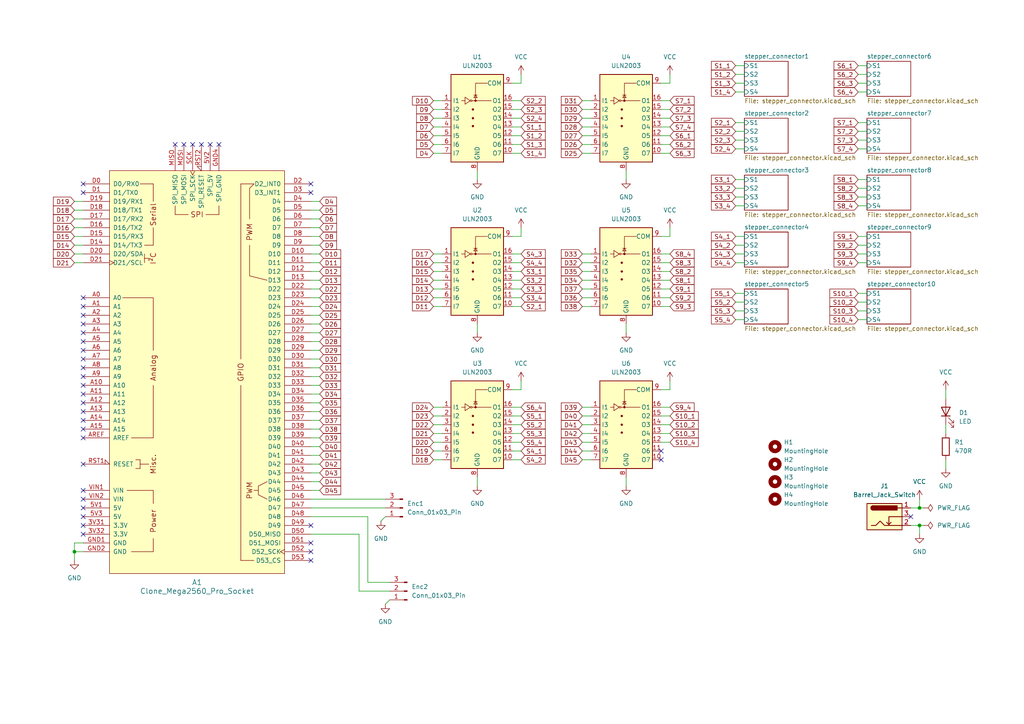
<source format=kicad_sch>
(kicad_sch (version 20230121) (generator eeschema)
  (paper "A4")
  (lib_symbols
    (symbol "Connector:Barrel_Jack_Switch" (pin_names hide)
      (property "Reference" "J" (at 0 5.334 0))
      (property "Value" "Barrel_Jack_Switch" (at 0 -5.08 0))
      (symbol "Barrel_Jack_Switch_1_1"
        (pin passive line (at 7.62 2.54 180) (length 2.54) (name "~") (number "1"))
        (pin passive line (at 7.62 -2.54 180) (length 2.54) (name "~") (number "2"))
        (pin passive line (at 7.62 0 180) (length 2.54) (name "~") (number "3"))
      )
    )
    (symbol "Connector:Conn_01x03_Pin" (pin_names (offset 1.016) hide)
      (property "Reference" "J" (at 0 5.08 0))
      (property "Value" "Conn_01x03_Pin" (at 0 -5.08 0))
      (symbol "Conn_01x03_Pin_1_1"
        (pin passive line (at 5.08 2.54 180) (length 3.81) (name "Pin_1") (number "1"))
        (pin passive line (at 5.08 0 180) (length 3.81) (name "Pin_2") (number "2"))
        (pin passive line (at 5.08 -2.54 180) (length 3.81) (name "Pin_3") (number "3"))
      )
    )
    (symbol "Device:LED" (pin_numbers hide) (pin_names (offset 1.016) hide)
      (property "Reference" "D" (at 0 2.54 0))
      (property "Value" "LED" (at 0 -2.54 0))
      (symbol "LED_1_1"
        (pin passive line (at -3.81 0 0) (length 2.54) (name "K") (number "1"))
        (pin passive line (at 3.81 0 180) (length 2.54) (name "A") (number "2"))
      )
    )
    (symbol "Device:R" (pin_numbers hide) (pin_names (offset 0))
      (property "Reference" "R" (at 2.032 0 90))
      (property "Value" "R" (at 0 0 90))
      (symbol "R_1_1"
        (pin passive line (at 0 3.81 270) (length 1.27) (name "~") (number "1"))
        (pin passive line (at 0 -3.81 90) (length 1.27) (name "~") (number "2"))
      )
    )
    (symbol "Mechanical:MountingHole" (pin_names (offset 1.016))
      (property "Reference" "H" (at 0 5.08 0))
      (property "Value" "MountingHole" (at 0 3.175 0))
    )
    (symbol "PCM_arduino-library:Clone_Mega2560_Pro_Socket" (pin_names (offset 1.016))
      (property "Reference" "A" (at 0 -62.23 0))
      (property "Value" "Clone_Mega2560_Pro_Socket" (at 0 -66.04 0))
      (symbol "Clone_Mega2560_Pro_Socket_0_0"
        (text "Analog" (at -12.7 1.27 900) (effects (font (size 1.524 1.524))))
        (text "I²C" (at -12.7 33.02 900) (effects (font (size 1.524 1.524))))
        (text "Misc." (at -12.7 -26.67 900) (effects (font (size 1.524 1.524))))
        (text "Power" (at -12.7 -43.18 900) (effects (font (size 1.524 1.524))))
        (text "PWM" (at 15.24 -34.29 900) (effects (font (size 1.524 1.524))))
        (text "PWM" (at 15.24 40.64 900) (effects (font (size 1.524 1.524))))
        (text "Serial" (at -12.7 45.72 900) (effects (font (size 1.524 1.524))))
        (text "SPI" (at 0 45.72 0) (effects (font (size 1.524 1.524))))
      )
      (symbol "Clone_Mega2560_Pro_Socket_1_0"
        (text "GPIO" (at 12.7 0 900) (effects (font (size 1.524 1.524))))
      )
      (symbol "Clone_Mega2560_Pro_Socket_1_1"
        (pin power_out line (at -33.02 -44.45 0) (length 7.62) (name "3.3V") (number "3V31"))
        (pin power_out line (at -33.02 -46.99 0) (length 7.62) (name "3.3V") (number "3V32"))
        (pin power_in line (at -33.02 -39.37 0) (length 7.62) (name "5V") (number "5V1"))
        (pin power_in line (at 3.81 66.04 270) (length 7.62) (name "SPI_5V") (number "5V2"))
        (pin power_in line (at -33.02 -41.91 0) (length 7.62) (name "5V") (number "5V3"))
        (pin bidirectional line (at -33.02 21.59 0) (length 7.62) (name "A0") (number "A0"))
        (pin bidirectional line (at -33.02 19.05 0) (length 7.62) (name "A1") (number "A1"))
        (pin bidirectional line (at -33.02 -3.81 0) (length 7.62) (name "A10") (number "A10"))
        (pin bidirectional line (at -33.02 -6.35 0) (length 7.62) (name "A11") (number "A11"))
        (pin bidirectional line (at -33.02 -8.89 0) (length 7.62) (name "A12") (number "A12"))
        (pin bidirectional line (at -33.02 -11.43 0) (length 7.62) (name "A13") (number "A13"))
        (pin bidirectional line (at -33.02 -13.97 0) (length 7.62) (name "A14") (number "A14"))
        (pin bidirectional line (at -33.02 -16.51 0) (length 7.62) (name "A15") (number "A15"))
        (pin bidirectional line (at -33.02 16.51 0) (length 7.62) (name "A2") (number "A2"))
        (pin bidirectional line (at -33.02 13.97 0) (length 7.62) (name "A3") (number "A3"))
        (pin bidirectional line (at -33.02 11.43 0) (length 7.62) (name "A4") (number "A4"))
        (pin bidirectional line (at -33.02 8.89 0) (length 7.62) (name "A5") (number "A5"))
        (pin bidirectional line (at -33.02 6.35 0) (length 7.62) (name "A6") (number "A6"))
        (pin bidirectional line (at -33.02 3.81 0) (length 7.62) (name "A7") (number "A7"))
        (pin bidirectional line (at -33.02 1.27 0) (length 7.62) (name "A8") (number "A8"))
        (pin bidirectional line (at -33.02 -1.27 0) (length 7.62) (name "A9") (number "A9"))
        (pin input line (at -33.02 -19.05 0) (length 7.62) (name "AREF") (number "AREF"))
        (pin bidirectional line (at -33.02 54.61 0) (length 7.62) (name "D0/RX0") (number "D0"))
        (pin bidirectional line (at -33.02 52.07 0) (length 7.62) (name "D1/TX0") (number "D1"))
        (pin bidirectional line (at 33.02 34.29 180) (length 7.62) (name "D10") (number "D10"))
        (pin bidirectional line (at 33.02 31.75 180) (length 7.62) (name "D11") (number "D11"))
        (pin bidirectional line (at 33.02 29.21 180) (length 7.62) (name "D12") (number "D12"))
        (pin bidirectional line (at 33.02 26.67 180) (length 7.62) (name "D13") (number "D13"))
        (pin bidirectional line (at -33.02 36.83 0) (length 7.62) (name "D14/TX3") (number "D14"))
        (pin bidirectional line (at -33.02 39.37 0) (length 7.62) (name "D15/RX3") (number "D15"))
        (pin bidirectional line (at -33.02 41.91 0) (length 7.62) (name "D16/TX2") (number "D16"))
        (pin bidirectional line (at -33.02 44.45 0) (length 7.62) (name "D17/RX2") (number "D17"))
        (pin bidirectional line (at -33.02 46.99 0) (length 7.62) (name "D18/TX1") (number "D18"))
        (pin bidirectional line (at -33.02 49.53 0) (length 7.62) (name "D19/RX1") (number "D19"))
        (pin bidirectional line (at 33.02 54.61 180) (length 7.62) (name "D2_INT0") (number "D2"))
        (pin bidirectional line (at -33.02 34.29 0) (length 7.62) (name "D20/SDA") (number "D20"))
        (pin bidirectional clock (at -33.02 31.75 0) (length 7.62) (name "D21/SCL") (number "D21"))
        (pin bidirectional line (at 33.02 24.13 180) (length 7.62) (name "D22") (number "D22"))
        (pin bidirectional line (at 33.02 21.59 180) (length 7.62) (name "D23") (number "D23"))
        (pin bidirectional line (at 33.02 19.05 180) (length 7.62) (name "D24") (number "D24"))
        (pin bidirectional line (at 33.02 16.51 180) (length 7.62) (name "D25") (number "D25"))
        (pin bidirectional line (at 33.02 13.97 180) (length 7.62) (name "D26") (number "D26"))
        (pin bidirectional line (at 33.02 11.43 180) (length 7.62) (name "D27") (number "D27"))
        (pin bidirectional line (at 33.02 8.89 180) (length 7.62) (name "D28") (number "D28"))
        (pin bidirectional line (at 33.02 6.35 180) (length 7.62) (name "D29") (number "D29"))
        (pin bidirectional line (at 33.02 52.07 180) (length 7.62) (name "D3_INT1") (number "D3"))
        (pin bidirectional line (at 33.02 3.81 180) (length 7.62) (name "D30") (number "D30"))
        (pin bidirectional line (at 33.02 1.27 180) (length 7.62) (name "D31") (number "D31"))
        (pin bidirectional line (at 33.02 -1.27 180) (length 7.62) (name "D32") (number "D32"))
        (pin bidirectional line (at 33.02 -3.81 180) (length 7.62) (name "D33") (number "D33"))
        (pin bidirectional line (at 33.02 -6.35 180) (length 7.62) (name "D34") (number "D34"))
        (pin bidirectional line (at 33.02 -8.89 180) (length 7.62) (name "D35") (number "D35"))
        (pin bidirectional line (at 33.02 -11.43 180) (length 7.62) (name "D36") (number "D36"))
        (pin bidirectional line (at 33.02 -13.97 180) (length 7.62) (name "D37") (number "D37"))
        (pin bidirectional line (at 33.02 -16.51 180) (length 7.62) (name "D38") (number "D38"))
        (pin bidirectional line (at 33.02 -19.05 180) (length 7.62) (name "D39") (number "D39"))
        (pin bidirectional line (at 33.02 49.53 180) (length 7.62) (name "D4") (number "D4"))
        (pin bidirectional line (at 33.02 -21.59 180) (length 7.62) (name "D40") (number "D40"))
        (pin bidirectional line (at 33.02 -24.13 180) (length 7.62) (name "D41") (number "D41"))
        (pin bidirectional line (at 33.02 -26.67 180) (length 7.62) (name "D42") (number "D42"))
        (pin bidirectional line (at 33.02 -29.21 180) (length 7.62) (name "D43") (number "D43"))
        (pin bidirectional line (at 33.02 -31.75 180) (length 7.62) (name "D44") (number "D44"))
        (pin bidirectional line (at 33.02 -34.29 180) (length 7.62) (name "D45") (number "D45"))
        (pin bidirectional line (at 33.02 -36.83 180) (length 7.62) (name "D46") (number "D46"))
        (pin bidirectional line (at 33.02 -39.37 180) (length 7.62) (name "D47") (number "D47"))
        (pin bidirectional line (at 33.02 -41.91 180) (length 7.62) (name "D48") (number "D48"))
        (pin bidirectional line (at 33.02 -44.45 180) (length 7.62) (name "D49") (number "D49"))
        (pin bidirectional line (at 33.02 46.99 180) (length 7.62) (name "D5") (number "D5"))
        (pin bidirectional line (at 33.02 -46.99 180) (length 7.62) (name "D50_MISO") (number "D50"))
        (pin bidirectional line (at 33.02 -49.53 180) (length 7.62) (name "D51_MOSI") (number "D51"))
        (pin bidirectional clock (at 33.02 -52.07 180) (length 7.62) (name "D52_SCK") (number "D52"))
        (pin bidirectional line (at 33.02 -54.61 180) (length 7.62) (name "D53_CS") (number "D53"))
        (pin bidirectional line (at 33.02 44.45 180) (length 7.62) (name "D6") (number "D6"))
        (pin bidirectional line (at 33.02 41.91 180) (length 7.62) (name "D7") (number "D7"))
        (pin bidirectional line (at 33.02 39.37 180) (length 7.62) (name "D8") (number "D8"))
        (pin bidirectional line (at 33.02 36.83 180) (length 7.62) (name "D9") (number "D9"))
        (pin power_in line (at -33.02 -49.53 0) (length 7.62) (name "GND") (number "GND1"))
        (pin power_in line (at -33.02 -52.07 0) (length 7.62) (name "GND") (number "GND2"))
        (pin power_in line (at 6.35 66.04 270) (length 7.62) (name "SPI_GND") (number "GND4"))
        (pin input line (at -6.35 66.04 270) (length 7.62) (name "SPI_MISO") (number "MISO"))
        (pin output line (at -3.81 66.04 270) (length 7.62) (name "SPI_MOSI") (number "MOSI"))
        (pin open_collector input_low (at -33.02 -26.67 0) (length 7.62) (name "RESET") (number "RST1"))
        (pin open_collector input_low (at 1.27 66.04 270) (length 7.62) (name "SPI_RESET") (number "RST2"))
        (pin output clock (at -1.27 66.04 270) (length 7.62) (name "SPI_SCK") (number "SCK"))
        (pin power_in line (at -33.02 -34.29 0) (length 7.62) (name "VIN") (number "VIN1"))
        (pin power_in line (at -33.02 -36.83 0) (length 7.62) (name "VIN") (number "VIN2"))
      )
    )
    (symbol "Transistor_Array:ULN2003"
      (property "Reference" "U" (at 0 15.875 0))
      (property "Value" "ULN2003" (at 0 13.97 0))
      (symbol "ULN2003_1_1"
        (pin input line (at -10.16 5.08 0) (length 2.54) (name "I1") (number "1"))
        (pin open_collector line (at 10.16 -10.16 180) (length 2.54) (name "O7") (number "10"))
        (pin open_collector line (at 10.16 -7.62 180) (length 2.54) (name "O6") (number "11"))
        (pin open_collector line (at 10.16 -5.08 180) (length 2.54) (name "O5") (number "12"))
        (pin open_collector line (at 10.16 -2.54 180) (length 2.54) (name "O4") (number "13"))
        (pin open_collector line (at 10.16 0 180) (length 2.54) (name "O3") (number "14"))
        (pin open_collector line (at 10.16 2.54 180) (length 2.54) (name "O2") (number "15"))
        (pin open_collector line (at 10.16 5.08 180) (length 2.54) (name "O1") (number "16"))
        (pin input line (at -10.16 2.54 0) (length 2.54) (name "I2") (number "2"))
        (pin input line (at -10.16 0 0) (length 2.54) (name "I3") (number "3"))
        (pin input line (at -10.16 -2.54 0) (length 2.54) (name "I4") (number "4"))
        (pin input line (at -10.16 -5.08 0) (length 2.54) (name "I5") (number "5"))
        (pin input line (at -10.16 -7.62 0) (length 2.54) (name "I6") (number "6"))
        (pin input line (at -10.16 -10.16 0) (length 2.54) (name "I7") (number "7"))
        (pin power_in line (at 0 -15.24 90) (length 2.54) (name "GND") (number "8"))
        (pin passive line (at 10.16 10.16 180) (length 2.54) (name "COM") (number "9"))
      )
    )
    (symbol "power:GND" (power) (pin_names (offset 0))
      (property "Value" "GND" (at 0 -3.81 0))
      (symbol "GND_1_1"
        (pin power_in line (at 0 0 270) (length 0) hide (name "GND") (number "1"))
      )
    )
    (symbol "power:PWR_FLAG" (power) (pin_numbers hide) (pin_names (offset 0) hide)
      (property "Value" "PWR_FLAG" (at 0 3.81 0))
      (symbol "PWR_FLAG_0_0"
        (pin power_out line (at 0 0 90) (length 0) (name "pwr") (number "1"))
      )
    )
    (symbol "power:VCC" (power) (pin_names (offset 0))
      (property "Value" "VCC" (at 0 3.81 0))
      (symbol "VCC_1_1"
        (pin power_in line (at 0 0 90) (length 0) hide (name "VCC") (number "1"))
      )
    )
  )
  (junction (at 266.7 147.32))
  (junction (at 266.7 152.4))
  (junction (at 21.59 160.02))
  (no_connect (at 24.13 134.62))
  (no_connect (at 24.13 149.86))
  (no_connect (at 24.13 91.44))
  (no_connect (at 24.13 121.92))
  (no_connect (at 24.13 88.9))
  (no_connect (at 90.17 162.56))
  (no_connect (at 55.88 41.91))
  (no_connect (at 63.5 41.91))
  (no_connect (at 24.13 154.94))
  (no_connect (at 24.13 152.4))
  (no_connect (at 53.34 41.91))
  (no_connect (at 60.96 41.91))
  (no_connect (at 24.13 99.06))
  (no_connect (at 90.17 157.48))
  (no_connect (at 90.17 152.4))
  (no_connect (at 264.16 149.86))
  (no_connect (at 24.13 104.14))
  (no_connect (at 90.17 53.34))
  (no_connect (at 24.13 114.3))
  (no_connect (at 90.17 160.02))
  (no_connect (at 191.77 133.35))
  (no_connect (at 24.13 119.38))
  (no_connect (at 24.13 111.76))
  (no_connect (at 24.13 96.52))
  (no_connect (at 24.13 106.68))
  (no_connect (at 24.13 109.22))
  (no_connect (at 24.13 124.46))
  (no_connect (at 90.17 55.88))
  (no_connect (at 50.8 41.91))
  (no_connect (at 24.13 86.36))
  (no_connect (at 24.13 147.32))
  (no_connect (at 24.13 144.78))
  (no_connect (at 24.13 55.88))
  (no_connect (at 24.13 142.24))
  (no_connect (at 191.77 130.81))
  (no_connect (at 24.13 101.6))
  (no_connect (at 24.13 93.98))
  (no_connect (at 24.13 53.34))
  (no_connect (at 58.42 41.91))
  (no_connect (at 24.13 127))
  (no_connect (at 24.13 116.84))
  (wire (pts (xy 168.91 86.36) (xy 171.45 86.36)))
  (wire (pts (xy 248.92 68.58) (xy 251.46 68.58)))
  (wire (pts (xy 125.73 120.65) (xy 128.27 120.65)))
  (wire (pts (xy 248.92 71.12) (xy 251.46 71.12)))
  (wire (pts (xy 248.92 35.56) (xy 251.46 35.56)))
  (wire (pts (xy 125.73 125.73) (xy 128.27 125.73)))
  (wire (pts (xy 248.92 19.05) (xy 251.46 19.05)))
  (wire (pts (xy 138.43 93.98) (xy 138.43 96.52)))
  (wire (pts (xy 90.17 124.46) (xy 92.71 124.46)))
  (wire (pts (xy 90.17 127) (xy 92.71 127)))
  (wire (pts (xy 138.43 138.43) (xy 138.43 140.97)))
  (wire (pts (xy 248.92 38.1) (xy 251.46 38.1)))
  (wire (pts (xy 148.59 86.36) (xy 151.13 86.36)))
  (wire (pts (xy 125.73 76.2) (xy 128.27 76.2)))
  (wire (pts (xy 21.59 157.48) (xy 21.59 160.02)))
  (wire (pts (xy 191.77 31.75) (xy 194.31 31.75)))
  (wire (pts (xy 168.91 88.9) (xy 171.45 88.9)))
  (wire (pts (xy 111.76 149.86) (xy 110.49 151.13)))
  (wire (pts (xy 151.13 66.04) (xy 151.13 68.58)))
  (wire (pts (xy 168.91 39.37) (xy 171.45 39.37)))
  (wire (pts (xy 90.17 60.96) (xy 92.71 60.96)))
  (wire (pts (xy 168.91 44.45) (xy 171.45 44.45)))
  (wire (pts (xy 248.92 40.64) (xy 251.46 40.64)))
  (wire (pts (xy 264.16 147.32) (xy 266.7 147.32)))
  (wire (pts (xy 168.91 128.27) (xy 171.45 128.27)))
  (wire (pts (xy 266.7 152.4) (xy 266.7 154.94)))
  (wire (pts (xy 148.59 76.2) (xy 151.13 76.2)))
  (wire (pts (xy 148.59 88.9) (xy 151.13 88.9)))
  (wire (pts (xy 248.92 92.71) (xy 251.46 92.71)))
  (wire (pts (xy 125.73 123.19) (xy 128.27 123.19)))
  (wire (pts (xy 191.77 83.82) (xy 194.31 83.82)))
  (wire (pts (xy 90.17 142.24) (xy 92.71 142.24)))
  (wire (pts (xy 168.91 34.29) (xy 171.45 34.29)))
  (wire (pts (xy 168.91 78.74) (xy 171.45 78.74)))
  (wire (pts (xy 168.91 83.82) (xy 171.45 83.82)))
  (wire (pts (xy 191.77 29.21) (xy 194.31 29.21)))
  (wire (pts (xy 168.91 133.35) (xy 171.45 133.35)))
  (wire (pts (xy 148.59 83.82) (xy 151.13 83.82)))
  (wire (pts (xy 125.73 29.21) (xy 128.27 29.21)))
  (wire (pts (xy 168.91 73.66) (xy 171.45 73.66)))
  (wire (pts (xy 21.59 68.58) (xy 24.13 68.58)))
  (wire (pts (xy 90.17 93.98) (xy 92.71 93.98)))
  (wire (pts (xy 213.36 54.61) (xy 215.9 54.61)))
  (wire (pts (xy 274.32 123.19) (xy 274.32 125.73)))
  (wire (pts (xy 90.17 134.62) (xy 92.71 134.62)))
  (wire (pts (xy 21.59 58.42) (xy 24.13 58.42)))
  (wire (pts (xy 90.17 101.6) (xy 92.71 101.6)))
  (wire (pts (xy 148.59 29.21) (xy 151.13 29.21)))
  (wire (pts (xy 191.77 41.91) (xy 194.31 41.91)))
  (wire (pts (xy 248.92 54.61) (xy 251.46 54.61)))
  (wire (pts (xy 90.17 96.52) (xy 92.71 96.52)))
  (wire (pts (xy 125.73 128.27) (xy 128.27 128.27)))
  (wire (pts (xy 125.73 133.35) (xy 128.27 133.35)))
  (wire (pts (xy 21.59 160.02) (xy 24.13 160.02)))
  (wire (pts (xy 21.59 76.2) (xy 24.13 76.2)))
  (wire (pts (xy 21.59 71.12) (xy 24.13 71.12)))
  (wire (pts (xy 148.59 78.74) (xy 151.13 78.74)))
  (wire (pts (xy 125.73 41.91) (xy 128.27 41.91)))
  (wire (pts (xy 90.17 78.74) (xy 92.71 78.74)))
  (wire (pts (xy 213.36 43.18) (xy 215.9 43.18)))
  (wire (pts (xy 213.36 19.05) (xy 215.9 19.05)))
  (wire (pts (xy 194.31 21.59) (xy 194.31 24.13)))
  (wire (pts (xy 213.36 68.58) (xy 215.9 68.58)))
  (wire (pts (xy 125.73 88.9) (xy 128.27 88.9)))
  (wire (pts (xy 151.13 24.13) (xy 148.59 24.13)))
  (wire (pts (xy 168.91 41.91) (xy 171.45 41.91)))
  (wire (pts (xy 113.03 173.99) (xy 111.76 175.26)))
  (wire (pts (xy 148.59 133.35) (xy 151.13 133.35)))
  (wire (pts (xy 274.32 133.35) (xy 274.32 135.89)))
  (wire (pts (xy 90.17 114.3) (xy 92.71 114.3)))
  (wire (pts (xy 168.91 36.83) (xy 171.45 36.83)))
  (wire (pts (xy 266.7 147.32) (xy 267.97 147.32)))
  (wire (pts (xy 148.59 81.28) (xy 151.13 81.28)))
  (wire (pts (xy 191.77 125.73) (xy 194.31 125.73)))
  (wire (pts (xy 90.17 83.82) (xy 92.71 83.82)))
  (wire (pts (xy 90.17 99.06) (xy 92.71 99.06)))
  (wire (pts (xy 213.36 90.17) (xy 215.9 90.17)))
  (wire (pts (xy 90.17 149.86) (xy 106.68 149.86)))
  (wire (pts (xy 113.03 171.45) (xy 104.14 171.45)))
  (wire (pts (xy 125.73 86.36) (xy 128.27 86.36)))
  (wire (pts (xy 148.59 41.91) (xy 151.13 41.91)))
  (wire (pts (xy 266.7 152.4) (xy 267.97 152.4)))
  (wire (pts (xy 90.17 81.28) (xy 92.71 81.28)))
  (wire (pts (xy 248.92 87.63) (xy 251.46 87.63)))
  (wire (pts (xy 248.92 21.59) (xy 251.46 21.59)))
  (wire (pts (xy 213.36 52.07) (xy 215.9 52.07)))
  (wire (pts (xy 151.13 113.03) (xy 148.59 113.03)))
  (wire (pts (xy 194.31 66.04) (xy 194.31 68.58)))
  (wire (pts (xy 125.73 31.75) (xy 128.27 31.75)))
  (wire (pts (xy 181.61 138.43) (xy 181.61 140.97)))
  (wire (pts (xy 191.77 73.66) (xy 194.31 73.66)))
  (wire (pts (xy 191.77 123.19) (xy 194.31 123.19)))
  (wire (pts (xy 90.17 139.7) (xy 92.71 139.7)))
  (wire (pts (xy 90.17 91.44) (xy 92.71 91.44)))
  (wire (pts (xy 148.59 39.37) (xy 151.13 39.37)))
  (wire (pts (xy 191.77 34.29) (xy 194.31 34.29)))
  (wire (pts (xy 191.77 44.45) (xy 194.31 44.45)))
  (wire (pts (xy 191.77 118.11) (xy 194.31 118.11)))
  (wire (pts (xy 248.92 57.15) (xy 251.46 57.15)))
  (wire (pts (xy 90.17 71.12) (xy 92.71 71.12)))
  (wire (pts (xy 90.17 73.66) (xy 92.71 73.66)))
  (wire (pts (xy 213.36 87.63) (xy 215.9 87.63)))
  (wire (pts (xy 148.59 123.19) (xy 151.13 123.19)))
  (wire (pts (xy 148.59 34.29) (xy 151.13 34.29)))
  (wire (pts (xy 248.92 73.66) (xy 251.46 73.66)))
  (wire (pts (xy 181.61 93.98) (xy 181.61 96.52)))
  (wire (pts (xy 168.91 123.19) (xy 171.45 123.19)))
  (wire (pts (xy 151.13 68.58) (xy 148.59 68.58)))
  (wire (pts (xy 148.59 36.83) (xy 151.13 36.83)))
  (wire (pts (xy 21.59 66.04) (xy 24.13 66.04)))
  (wire (pts (xy 191.77 78.74) (xy 194.31 78.74)))
  (wire (pts (xy 213.36 73.66) (xy 215.9 73.66)))
  (wire (pts (xy 90.17 119.38) (xy 92.71 119.38)))
  (wire (pts (xy 248.92 26.67) (xy 251.46 26.67)))
  (wire (pts (xy 148.59 125.73) (xy 151.13 125.73)))
  (wire (pts (xy 148.59 120.65) (xy 151.13 120.65)))
  (wire (pts (xy 90.17 58.42) (xy 92.71 58.42)))
  (wire (pts (xy 151.13 110.49) (xy 151.13 113.03)))
  (wire (pts (xy 248.92 52.07) (xy 251.46 52.07)))
  (wire (pts (xy 274.32 113.03) (xy 274.32 115.57)))
  (wire (pts (xy 213.36 26.67) (xy 215.9 26.67)))
  (wire (pts (xy 213.36 21.59) (xy 215.9 21.59)))
  (wire (pts (xy 213.36 40.64) (xy 215.9 40.64)))
  (wire (pts (xy 168.91 125.73) (xy 171.45 125.73)))
  (wire (pts (xy 168.91 81.28) (xy 171.45 81.28)))
  (wire (pts (xy 213.36 38.1) (xy 215.9 38.1)))
  (wire (pts (xy 148.59 118.11) (xy 151.13 118.11)))
  (wire (pts (xy 168.91 130.81) (xy 171.45 130.81)))
  (wire (pts (xy 168.91 118.11) (xy 171.45 118.11)))
  (wire (pts (xy 194.31 110.49) (xy 194.31 113.03)))
  (wire (pts (xy 213.36 24.13) (xy 215.9 24.13)))
  (wire (pts (xy 90.17 106.68) (xy 92.71 106.68)))
  (wire (pts (xy 248.92 90.17) (xy 251.46 90.17)))
  (wire (pts (xy 125.73 73.66) (xy 128.27 73.66)))
  (wire (pts (xy 138.43 49.53) (xy 138.43 52.07)))
  (wire (pts (xy 213.36 85.09) (xy 215.9 85.09)))
  (wire (pts (xy 125.73 118.11) (xy 128.27 118.11)))
  (wire (pts (xy 21.59 160.02) (xy 21.59 162.56)))
  (wire (pts (xy 106.68 149.86) (xy 106.68 168.91)))
  (wire (pts (xy 213.36 71.12) (xy 215.9 71.12)))
  (wire (pts (xy 90.17 109.22) (xy 92.71 109.22)))
  (wire (pts (xy 213.36 76.2) (xy 215.9 76.2)))
  (wire (pts (xy 213.36 35.56) (xy 215.9 35.56)))
  (wire (pts (xy 248.92 59.69) (xy 251.46 59.69)))
  (wire (pts (xy 90.17 66.04) (xy 92.71 66.04)))
  (wire (pts (xy 24.13 157.48) (xy 21.59 157.48)))
  (wire (pts (xy 168.91 76.2) (xy 171.45 76.2)))
  (wire (pts (xy 148.59 128.27) (xy 151.13 128.27)))
  (wire (pts (xy 264.16 152.4) (xy 266.7 152.4)))
  (wire (pts (xy 90.17 86.36) (xy 92.71 86.36)))
  (wire (pts (xy 213.36 59.69) (xy 215.9 59.69)))
  (wire (pts (xy 168.91 31.75) (xy 171.45 31.75)))
  (wire (pts (xy 194.31 24.13) (xy 191.77 24.13)))
  (wire (pts (xy 90.17 147.32) (xy 111.76 147.32)))
  (wire (pts (xy 104.14 171.45) (xy 104.14 154.94)))
  (wire (pts (xy 21.59 73.66) (xy 24.13 73.66)))
  (wire (pts (xy 168.91 29.21) (xy 171.45 29.21)))
  (wire (pts (xy 213.36 57.15) (xy 215.9 57.15)))
  (wire (pts (xy 151.13 21.59) (xy 151.13 24.13)))
  (wire (pts (xy 125.73 83.82) (xy 128.27 83.82)))
  (wire (pts (xy 90.17 129.54) (xy 92.71 129.54)))
  (wire (pts (xy 248.92 76.2) (xy 251.46 76.2)))
  (wire (pts (xy 191.77 86.36) (xy 194.31 86.36)))
  (wire (pts (xy 191.77 39.37) (xy 194.31 39.37)))
  (wire (pts (xy 125.73 36.83) (xy 128.27 36.83)))
  (wire (pts (xy 125.73 81.28) (xy 128.27 81.28)))
  (wire (pts (xy 213.36 92.71) (xy 215.9 92.71)))
  (wire (pts (xy 90.17 132.08) (xy 92.71 132.08)))
  (wire (pts (xy 248.92 24.13) (xy 251.46 24.13)))
  (wire (pts (xy 104.14 154.94) (xy 90.17 154.94)))
  (wire (pts (xy 90.17 116.84) (xy 92.71 116.84)))
  (wire (pts (xy 90.17 68.58) (xy 92.71 68.58)))
  (wire (pts (xy 191.77 120.65) (xy 194.31 120.65)))
  (wire (pts (xy 90.17 111.76) (xy 92.71 111.76)))
  (wire (pts (xy 125.73 78.74) (xy 128.27 78.74)))
  (wire (pts (xy 21.59 60.96) (xy 24.13 60.96)))
  (wire (pts (xy 148.59 31.75) (xy 151.13 31.75)))
  (wire (pts (xy 125.73 34.29) (xy 128.27 34.29)))
  (wire (pts (xy 191.77 81.28) (xy 194.31 81.28)))
  (wire (pts (xy 191.77 76.2) (xy 194.31 76.2)))
  (wire (pts (xy 90.17 76.2) (xy 92.71 76.2)))
  (wire (pts (xy 125.73 39.37) (xy 128.27 39.37)))
  (wire (pts (xy 90.17 63.5) (xy 92.71 63.5)))
  (wire (pts (xy 168.91 120.65) (xy 171.45 120.65)))
  (wire (pts (xy 90.17 137.16) (xy 92.71 137.16)))
  (wire (pts (xy 248.92 85.09) (xy 251.46 85.09)))
  (wire (pts (xy 21.59 63.5) (xy 24.13 63.5)))
  (wire (pts (xy 266.7 147.32) (xy 266.7 144.78)))
  (wire (pts (xy 194.31 113.03) (xy 191.77 113.03)))
  (wire (pts (xy 90.17 144.78) (xy 111.76 144.78)))
  (wire (pts (xy 148.59 44.45) (xy 151.13 44.45)))
  (wire (pts (xy 90.17 88.9) (xy 92.71 88.9)))
  (wire (pts (xy 148.59 130.81) (xy 151.13 130.81)))
  (wire (pts (xy 125.73 44.45) (xy 128.27 44.45)))
  (wire (pts (xy 191.77 128.27) (xy 194.31 128.27)))
  (wire (pts (xy 125.73 130.81) (xy 128.27 130.81)))
  (wire (pts (xy 181.61 49.53) (xy 181.61 52.07)))
  (wire (pts (xy 90.17 121.92) (xy 92.71 121.92)))
  (wire (pts (xy 191.77 36.83) (xy 194.31 36.83)))
  (wire (pts (xy 148.59 73.66) (xy 151.13 73.66)))
  (wire (pts (xy 106.68 168.91) (xy 113.03 168.91)))
  (wire (pts (xy 248.92 43.18) (xy 251.46 43.18)))
  (wire (pts (xy 90.17 104.14) (xy 92.71 104.14)))
  (wire (pts (xy 191.77 88.9) (xy 194.31 88.9)))
  (wire (pts (xy 194.31 68.58) (xy 191.77 68.58)))
  (global_label "S1_3" (shape input) (at 213.36 24.13 180) (property "Intersheetrefs" "${INTERSHEET_REFS}" (effects hide)))
  (global_label "S1_4" (shape input) (at 213.36 26.67 180) (property "Intersheetrefs" "${INTERSHEET_REFS}" (effects hide)))
  (global_label "D33" (shape input) (at 168.91 73.66 180) (property "Intersheetrefs" "${INTERSHEET_REFS}" (effects hide)))
  (global_label "D23" (shape input) (at 125.73 120.65 180) (property "Intersheetrefs" "${INTERSHEET_REFS}" (effects hide)))
  (global_label "D36" (shape input) (at 168.91 86.36 180) (property "Intersheetrefs" "${INTERSHEET_REFS}" (effects hide)))
  (global_label "S5_1" (shape input) (at 213.36 85.09 180) (property "Intersheetrefs" "${INTERSHEET_REFS}" (effects hide)))
  (global_label "D8" (shape input) (at 125.73 34.29 180) (property "Intersheetrefs" "${INTERSHEET_REFS}" (effects hide)))
  (global_label "S5_2" (shape input) (at 151.13 123.19 0) (property "Intersheetrefs" "${INTERSHEET_REFS}" (effects hide)))
  (global_label "S5_4" (shape input) (at 151.13 128.27 0) (property "Intersheetrefs" "${INTERSHEET_REFS}" (effects hide)))
  (global_label "D35" (shape input) (at 92.71 116.84 0) (property "Intersheetrefs" "${INTERSHEET_REFS}" (effects hide)))
  (global_label "D23" (shape input) (at 92.71 86.36 0) (property "Intersheetrefs" "${INTERSHEET_REFS}" (effects hide)))
  (global_label "S9_1" (shape input) (at 194.31 83.82 0) (property "Intersheetrefs" "${INTERSHEET_REFS}" (effects hide)))
  (global_label "D43" (shape input) (at 92.71 137.16 0) (property "Intersheetrefs" "${INTERSHEET_REFS}" (effects hide)))
  (global_label "D22" (shape input) (at 92.71 83.82 0) (property "Intersheetrefs" "${INTERSHEET_REFS}" (effects hide)))
  (global_label "S4_1" (shape input) (at 151.13 130.81 0) (property "Intersheetrefs" "${INTERSHEET_REFS}" (effects hide)))
  (global_label "S3_3" (shape input) (at 151.13 83.82 0) (property "Intersheetrefs" "${INTERSHEET_REFS}" (effects hide)))
  (global_label "D4" (shape input) (at 92.71 58.42 0) (property "Intersheetrefs" "${INTERSHEET_REFS}" (effects hide)))
  (global_label "D42" (shape input) (at 92.71 134.62 0) (property "Intersheetrefs" "${INTERSHEET_REFS}" (effects hide)))
  (global_label "D6" (shape input) (at 125.73 39.37 180) (property "Intersheetrefs" "${INTERSHEET_REFS}" (effects hide)))
  (global_label "D19" (shape input) (at 125.73 130.81 180) (property "Intersheetrefs" "${INTERSHEET_REFS}" (effects hide)))
  (global_label "D15" (shape input) (at 125.73 78.74 180) (property "Intersheetrefs" "${INTERSHEET_REFS}" (effects hide)))
  (global_label "D11" (shape input) (at 92.71 76.2 0) (property "Intersheetrefs" "${INTERSHEET_REFS}" (effects hide)))
  (global_label "S1_4" (shape input) (at 151.13 44.45 0) (property "Intersheetrefs" "${INTERSHEET_REFS}" (effects hide)))
  (global_label "D20" (shape input) (at 125.73 128.27 180) (property "Intersheetrefs" "${INTERSHEET_REFS}" (effects hide)))
  (global_label "D43" (shape input) (at 168.91 128.27 180) (property "Intersheetrefs" "${INTERSHEET_REFS}" (effects hide)))
  (global_label "D26" (shape input) (at 92.71 93.98 0) (property "Intersheetrefs" "${INTERSHEET_REFS}" (effects hide)))
  (global_label "D27" (shape input) (at 92.71 96.52 0) (property "Intersheetrefs" "${INTERSHEET_REFS}" (effects hide)))
  (global_label "S8_2" (shape input) (at 194.31 78.74 0) (property "Intersheetrefs" "${INTERSHEET_REFS}" (effects hide)))
  (global_label "D25" (shape input) (at 168.91 44.45 180) (property "Intersheetrefs" "${INTERSHEET_REFS}" (effects hide)))
  (global_label "S6_2" (shape input) (at 194.31 41.91 0) (property "Intersheetrefs" "${INTERSHEET_REFS}" (effects hide)))
  (global_label "D5" (shape input) (at 125.73 41.91 180) (property "Intersheetrefs" "${INTERSHEET_REFS}" (effects hide)))
  (global_label "D33" (shape input) (at 92.71 111.76 0) (property "Intersheetrefs" "${INTERSHEET_REFS}" (effects hide)))
  (global_label "D37" (shape input) (at 92.71 121.92 0) (property "Intersheetrefs" "${INTERSHEET_REFS}" (effects hide)))
  (global_label "S10_4" (shape input) (at 248.92 92.71 180) (property "Intersheetrefs" "${INTERSHEET_REFS}" (effects hide)))
  (global_label "S6_2" (shape input) (at 248.92 21.59 180) (property "Intersheetrefs" "${INTERSHEET_REFS}" (effects hide)))
  (global_label "D31" (shape input) (at 168.91 29.21 180) (property "Intersheetrefs" "${INTERSHEET_REFS}" (effects hide)))
  (global_label "D39" (shape input) (at 168.91 118.11 180) (property "Intersheetrefs" "${INTERSHEET_REFS}" (effects hide)))
  (global_label "D18" (shape input) (at 21.59 60.96 180) (property "Intersheetrefs" "${INTERSHEET_REFS}" (effects hide)))
  (global_label "S7_4" (shape input) (at 248.92 43.18 180) (property "Intersheetrefs" "${INTERSHEET_REFS}" (effects hide)))
  (global_label "S3_2" (shape input) (at 213.36 54.61 180) (property "Intersheetrefs" "${INTERSHEET_REFS}" (effects hide)))
  (global_label "S3_1" (shape input) (at 151.13 78.74 0) (property "Intersheetrefs" "${INTERSHEET_REFS}" (effects hide)))
  (global_label "D24" (shape input) (at 92.71 88.9 0) (property "Intersheetrefs" "${INTERSHEET_REFS}" (effects hide)))
  (global_label "S4_2" (shape input) (at 151.13 133.35 0) (property "Intersheetrefs" "${INTERSHEET_REFS}" (effects hide)))
  (global_label "S6_3" (shape input) (at 194.31 44.45 0) (property "Intersheetrefs" "${INTERSHEET_REFS}" (effects hide)))
  (global_label "D16" (shape input) (at 21.59 66.04 180) (property "Intersheetrefs" "${INTERSHEET_REFS}" (effects hide)))
  (global_label "S7_1" (shape input) (at 194.31 29.21 0) (property "Intersheetrefs" "${INTERSHEET_REFS}" (effects hide)))
  (global_label "D13" (shape input) (at 92.71 81.28 0) (property "Intersheetrefs" "${INTERSHEET_REFS}" (effects hide)))
  (global_label "S4_2" (shape input) (at 213.36 71.12 180) (property "Intersheetrefs" "${INTERSHEET_REFS}" (effects hide)))
  (global_label "D14" (shape input) (at 21.59 71.12 180) (property "Intersheetrefs" "${INTERSHEET_REFS}" (effects hide)))
  (global_label "S9_1" (shape input) (at 248.92 68.58 180) (property "Intersheetrefs" "${INTERSHEET_REFS}" (effects hide)))
  (global_label "D31" (shape input) (at 92.71 106.68 0) (property "Intersheetrefs" "${INTERSHEET_REFS}" (effects hide)))
  (global_label "S5_3" (shape input) (at 213.36 90.17 180) (property "Intersheetrefs" "${INTERSHEET_REFS}" (effects hide)))
  (global_label "S4_1" (shape input) (at 213.36 68.58 180) (property "Intersheetrefs" "${INTERSHEET_REFS}" (effects hide)))
  (global_label "S9_2" (shape input) (at 248.92 71.12 180) (property "Intersheetrefs" "${INTERSHEET_REFS}" (effects hide)))
  (global_label "S2_3" (shape input) (at 151.13 31.75 0) (property "Intersheetrefs" "${INTERSHEET_REFS}" (effects hide)))
  (global_label "S7_4" (shape input) (at 194.31 36.83 0) (property "Intersheetrefs" "${INTERSHEET_REFS}" (effects hide)))
  (global_label "S6_1" (shape input) (at 194.31 39.37 0) (property "Intersheetrefs" "${INTERSHEET_REFS}" (effects hide)))
  (global_label "S2_2" (shape input) (at 213.36 38.1 180) (property "Intersheetrefs" "${INTERSHEET_REFS}" (effects hide)))
  (global_label "S10_2" (shape input) (at 194.31 123.19 0) (property "Intersheetrefs" "${INTERSHEET_REFS}" (effects hide)))
  (global_label "S10_1" (shape input) (at 194.31 120.65 0) (property "Intersheetrefs" "${INTERSHEET_REFS}" (effects hide)))
  (global_label "S2_4" (shape input) (at 213.36 43.18 180) (property "Intersheetrefs" "${INTERSHEET_REFS}" (effects hide)))
  (global_label "D41" (shape input) (at 92.71 132.08 0) (property "Intersheetrefs" "${INTERSHEET_REFS}" (effects hide)))
  (global_label "S1_2" (shape input) (at 213.36 21.59 180) (property "Intersheetrefs" "${INTERSHEET_REFS}" (effects hide)))
  (global_label "S1_3" (shape input) (at 151.13 41.91 0) (property "Intersheetrefs" "${INTERSHEET_REFS}" (effects hide)))
  (global_label "S3_3" (shape input) (at 213.36 57.15 180) (property "Intersheetrefs" "${INTERSHEET_REFS}" (effects hide)))
  (global_label "S9_3" (shape input) (at 248.92 73.66 180) (property "Intersheetrefs" "${INTERSHEET_REFS}" (effects hide)))
  (global_label "D4" (shape input) (at 125.73 44.45 180) (property "Intersheetrefs" "${INTERSHEET_REFS}" (effects hide)))
  (global_label "D45" (shape input) (at 92.71 142.24 0) (property "Intersheetrefs" "${INTERSHEET_REFS}" (effects hide)))
  (global_label "S1_1" (shape input) (at 151.13 36.83 0) (property "Intersheetrefs" "${INTERSHEET_REFS}" (effects hide)))
  (global_label "D7" (shape input) (at 92.71 66.04 0) (property "Intersheetrefs" "${INTERSHEET_REFS}" (effects hide)))
  (global_label "S8_3" (shape input) (at 248.92 57.15 180) (property "Intersheetrefs" "${INTERSHEET_REFS}" (effects hide)))
  (global_label "S5_3" (shape input) (at 151.13 125.73 0) (property "Intersheetrefs" "${INTERSHEET_REFS}" (effects hide)))
  (global_label "D17" (shape input) (at 21.59 63.5 180) (property "Intersheetrefs" "${INTERSHEET_REFS}" (effects hide)))
  (global_label "D32" (shape input) (at 92.71 109.22 0) (property "Intersheetrefs" "${INTERSHEET_REFS}" (effects hide)))
  (global_label "S3_4" (shape input) (at 213.36 59.69 180) (property "Intersheetrefs" "${INTERSHEET_REFS}" (effects hide)))
  (global_label "D21" (shape input) (at 125.73 125.73 180) (property "Intersheetrefs" "${INTERSHEET_REFS}" (effects hide)))
  (global_label "D40" (shape input) (at 168.91 120.65 180) (property "Intersheetrefs" "${INTERSHEET_REFS}" (effects hide)))
  (global_label "S4_4" (shape input) (at 151.13 76.2 0) (property "Intersheetrefs" "${INTERSHEET_REFS}" (effects hide)))
  (global_label "S5_1" (shape input) (at 151.13 120.65 0) (property "Intersheetrefs" "${INTERSHEET_REFS}" (effects hide)))
  (global_label "S8_4" (shape input) (at 248.92 59.69 180) (property "Intersheetrefs" "${INTERSHEET_REFS}" (effects hide)))
  (global_label "D10" (shape input) (at 125.73 29.21 180) (property "Intersheetrefs" "${INTERSHEET_REFS}" (effects hide)))
  (global_label "S3_1" (shape input) (at 213.36 52.07 180) (property "Intersheetrefs" "${INTERSHEET_REFS}" (effects hide)))
  (global_label "S10_4" (shape input) (at 194.31 128.27 0) (property "Intersheetrefs" "${INTERSHEET_REFS}" (effects hide)))
  (global_label "D19" (shape input) (at 21.59 58.42 180) (property "Intersheetrefs" "${INTERSHEET_REFS}" (effects hide)))
  (global_label "S1_2" (shape input) (at 151.13 39.37 0) (property "Intersheetrefs" "${INTERSHEET_REFS}" (effects hide)))
  (global_label "D34" (shape input) (at 92.71 114.3 0) (property "Intersheetrefs" "${INTERSHEET_REFS}" (effects hide)))
  (global_label "D13" (shape input) (at 125.73 83.82 180) (property "Intersheetrefs" "${INTERSHEET_REFS}" (effects hide)))
  (global_label "D44" (shape input) (at 92.71 139.7 0) (property "Intersheetrefs" "${INTERSHEET_REFS}" (effects hide)))
  (global_label "D36" (shape input) (at 92.71 119.38 0) (property "Intersheetrefs" "${INTERSHEET_REFS}" (effects hide)))
  (global_label "D30" (shape input) (at 168.91 31.75 180) (property "Intersheetrefs" "${INTERSHEET_REFS}" (effects hide)))
  (global_label "S8_1" (shape input) (at 194.31 81.28 0) (property "Intersheetrefs" "${INTERSHEET_REFS}" (effects hide)))
  (global_label "D32" (shape input) (at 168.91 76.2 180) (property "Intersheetrefs" "${INTERSHEET_REFS}" (effects hide)))
  (global_label "S7_2" (shape input) (at 194.31 31.75 0) (property "Intersheetrefs" "${INTERSHEET_REFS}" (effects hide)))
  (global_label "S8_2" (shape input) (at 248.92 54.61 180) (property "Intersheetrefs" "${INTERSHEET_REFS}" (effects hide)))
  (global_label "S10_3" (shape input) (at 194.31 125.73 0) (property "Intersheetrefs" "${INTERSHEET_REFS}" (effects hide)))
  (global_label "S7_3" (shape input) (at 194.31 34.29 0) (property "Intersheetrefs" "${INTERSHEET_REFS}" (effects hide)))
  (global_label "S2_1" (shape input) (at 213.36 35.56 180) (property "Intersheetrefs" "${INTERSHEET_REFS}" (effects hide)))
  (global_label "S7_2" (shape input) (at 248.92 38.1 180) (property "Intersheetrefs" "${INTERSHEET_REFS}" (effects hide)))
  (global_label "S9_2" (shape input) (at 194.31 86.36 0) (property "Intersheetrefs" "${INTERSHEET_REFS}" (effects hide)))
  (global_label "D8" (shape input) (at 92.71 68.58 0) (property "Intersheetrefs" "${INTERSHEET_REFS}" (effects hide)))
  (global_label "S8_3" (shape input) (at 194.31 76.2 0) (property "Intersheetrefs" "${INTERSHEET_REFS}" (effects hide)))
  (global_label "D12" (shape input) (at 125.73 86.36 180) (property "Intersheetrefs" "${INTERSHEET_REFS}" (effects hide)))
  (global_label "S8_1" (shape input) (at 248.92 52.07 180) (property "Intersheetrefs" "${INTERSHEET_REFS}" (effects hide)))
  (global_label "D9" (shape input) (at 125.73 31.75 180) (property "Intersheetrefs" "${INTERSHEET_REFS}" (effects hide)))
  (global_label "D40" (shape input) (at 92.71 129.54 0) (property "Intersheetrefs" "${INTERSHEET_REFS}" (effects hide)))
  (global_label "S7_1" (shape input) (at 248.92 35.56 180) (property "Intersheetrefs" "${INTERSHEET_REFS}" (effects hide)))
  (global_label "D17" (shape input) (at 125.73 73.66 180) (property "Intersheetrefs" "${INTERSHEET_REFS}" (effects hide)))
  (global_label "S6_3" (shape input) (at 248.92 24.13 180) (property "Intersheetrefs" "${INTERSHEET_REFS}" (effects hide)))
  (global_label "S4_3" (shape input) (at 151.13 73.66 0) (property "Intersheetrefs" "${INTERSHEET_REFS}" (effects hide)))
  (global_label "S2_4" (shape input) (at 151.13 34.29 0) (property "Intersheetrefs" "${INTERSHEET_REFS}" (effects hide)))
  (global_label "D14" (shape input) (at 125.73 81.28 180) (property "Intersheetrefs" "${INTERSHEET_REFS}" (effects hide)))
  (global_label "D26" (shape input) (at 168.91 41.91 180) (property "Intersheetrefs" "${INTERSHEET_REFS}" (effects hide)))
  (global_label "S1_1" (shape input) (at 213.36 19.05 180) (property "Intersheetrefs" "${INTERSHEET_REFS}" (effects hide)))
  (global_label "S9_3" (shape input) (at 194.31 88.9 0) (property "Intersheetrefs" "${INTERSHEET_REFS}" (effects hide)))
  (global_label "S8_4" (shape input) (at 194.31 73.66 0) (property "Intersheetrefs" "${INTERSHEET_REFS}" (effects hide)))
  (global_label "S3_2" (shape input) (at 151.13 81.28 0) (property "Intersheetrefs" "${INTERSHEET_REFS}" (effects hide)))
  (global_label "D30" (shape input) (at 92.71 104.14 0) (property "Intersheetrefs" "${INTERSHEET_REFS}" (effects hide)))
  (global_label "D28" (shape input) (at 168.91 36.83 180) (property "Intersheetrefs" "${INTERSHEET_REFS}" (effects hide)))
  (global_label "S9_4" (shape input) (at 194.31 118.11 0) (property "Intersheetrefs" "${INTERSHEET_REFS}" (effects hide)))
  (global_label "D34" (shape input) (at 168.91 81.28 180) (property "Intersheetrefs" "${INTERSHEET_REFS}" (effects hide)))
  (global_label "D12" (shape input) (at 92.71 78.74 0) (property "Intersheetrefs" "${INTERSHEET_REFS}" (effects hide)))
  (global_label "D25" (shape input) (at 92.71 91.44 0) (property "Intersheetrefs" "${INTERSHEET_REFS}" (effects hide)))
  (global_label "D28" (shape input) (at 92.71 99.06 0) (property "Intersheetrefs" "${INTERSHEET_REFS}" (effects hide)))
  (global_label "S2_1" (shape input) (at 151.13 88.9 0) (property "Intersheetrefs" "${INTERSHEET_REFS}" (effects hide)))
  (global_label "D29" (shape input) (at 92.71 101.6 0) (property "Intersheetrefs" "${INTERSHEET_REFS}" (effects hide)))
  (global_label "D15" (shape input) (at 21.59 68.58 180) (property "Intersheetrefs" "${INTERSHEET_REFS}" (effects hide)))
  (global_label "D35" (shape input) (at 168.91 78.74 180) (property "Intersheetrefs" "${INTERSHEET_REFS}" (effects hide)))
  (global_label "D18" (shape input) (at 125.73 133.35 180) (property "Intersheetrefs" "${INTERSHEET_REFS}" (effects hide)))
  (global_label "D45" (shape input) (at 168.91 133.35 180) (property "Intersheetrefs" "${INTERSHEET_REFS}" (effects hide)))
  (global_label "D29" (shape input) (at 168.91 34.29 180) (property "Intersheetrefs" "${INTERSHEET_REFS}" (effects hide)))
  (global_label "D38" (shape input) (at 168.91 88.9 180) (property "Intersheetrefs" "${INTERSHEET_REFS}" (effects hide)))
  (global_label "D11" (shape input) (at 125.73 88.9 180) (property "Intersheetrefs" "${INTERSHEET_REFS}" (effects hide)))
  (global_label "D9" (shape input) (at 92.71 71.12 0) (property "Intersheetrefs" "${INTERSHEET_REFS}" (effects hide)))
  (global_label "D27" (shape input) (at 168.91 39.37 180) (property "Intersheetrefs" "${INTERSHEET_REFS}" (effects hide)))
  (global_label "S4_3" (shape input) (at 213.36 73.66 180) (property "Intersheetrefs" "${INTERSHEET_REFS}" (effects hide)))
  (global_label "D6" (shape input) (at 92.71 63.5 0) (property "Intersheetrefs" "${INTERSHEET_REFS}" (effects hide)))
  (global_label "D21" (shape input) (at 21.59 76.2 180) (property "Intersheetrefs" "${INTERSHEET_REFS}" (effects hide)))
  (global_label "D16" (shape input) (at 125.73 76.2 180) (property "Intersheetrefs" "${INTERSHEET_REFS}" (effects hide)))
  (global_label "D41" (shape input) (at 168.91 123.19 180) (property "Intersheetrefs" "${INTERSHEET_REFS}" (effects hide)))
  (global_label "S6_4" (shape input) (at 151.13 118.11 0) (property "Intersheetrefs" "${INTERSHEET_REFS}" (effects hide)))
  (global_label "S4_4" (shape input) (at 213.36 76.2 180) (property "Intersheetrefs" "${INTERSHEET_REFS}" (effects hide)))
  (global_label "S5_2" (shape input) (at 213.36 87.63 180) (property "Intersheetrefs" "${INTERSHEET_REFS}" (effects hide)))
  (global_label "D38" (shape input) (at 92.71 124.46 0) (property "Intersheetrefs" "${INTERSHEET_REFS}" (effects hide)))
  (global_label "S10_1" (shape input) (at 248.92 85.09 180) (property "Intersheetrefs" "${INTERSHEET_REFS}" (effects hide)))
  (global_label "S10_2" (shape input) (at 248.92 87.63 180) (property "Intersheetrefs" "${INTERSHEET_REFS}" (effects hide)))
  (global_label "S2_2" (shape input) (at 151.13 29.21 0) (property "Intersheetrefs" "${INTERSHEET_REFS}" (effects hide)))
  (global_label "S6_1" (shape input) (at 248.92 19.05 180) (property "Intersheetrefs" "${INTERSHEET_REFS}" (effects hide)))
  (global_label "D22" (shape input) (at 125.73 123.19 180) (property "Intersheetrefs" "${INTERSHEET_REFS}" (effects hide)))
  (global_label "S10_3" (shape input) (at 248.92 90.17 180) (property "Intersheetrefs" "${INTERSHEET_REFS}" (effects hide)))
  (global_label "S6_4" (shape input) (at 248.92 26.67 180) (property "Intersheetrefs" "${INTERSHEET_REFS}" (effects hide)))
  (global_label "D44" (shape input) (at 168.91 130.81 180) (property "Intersheetrefs" "${INTERSHEET_REFS}" (effects hide)))
  (global_label "D5" (shape input) (at 92.71 60.96 0) (property "Intersheetrefs" "${INTERSHEET_REFS}" (effects hide)))
  (global_label "S3_4" (shape input) (at 151.13 86.36 0) (property "Intersheetrefs" "${INTERSHEET_REFS}" (effects hide)))
  (global_label "D24" (shape input) (at 125.73 118.11 180) (property "Intersheetrefs" "${INTERSHEET_REFS}" (effects hide)))
  (global_label "D42" (shape input) (at 168.91 125.73 180) (property "Intersheetrefs" "${INTERSHEET_REFS}" (effects hide)))
  (global_label "S7_3" (shape input) (at 248.92 40.64 180) (property "Intersheetrefs" "${INTERSHEET_REFS}" (effects hide)))
  (global_label "S2_3" (shape input) (at 213.36 40.64 180) (property "Intersheetrefs" "${INTERSHEET_REFS}" (effects hide)))
  (global_label "S9_4" (shape input) (at 248.92 76.2 180) (property "Intersheetrefs" "${INTERSHEET_REFS}" (effects hide)))
  (global_label "D39" (shape input) (at 92.71 127 0) (property "Intersheetrefs" "${INTERSHEET_REFS}" (effects hide)))
  (global_label "D20" (shape input) (at 21.59 73.66 180) (property "Intersheetrefs" "${INTERSHEET_REFS}" (effects hide)))
  (global_label "D37" (shape input) (at 168.91 83.82 180) (property "Intersheetrefs" "${INTERSHEET_REFS}" (effects hide)))
  (global_label "D10" (shape input) (at 92.71 73.66 0) (property "Intersheetrefs" "${INTERSHEET_REFS}" (effects hide)))
  (global_label "D7" (shape input) (at 125.73 36.83 180) (property "Intersheetrefs" "${INTERSHEET_REFS}" (effects hide)))
  (global_label "S5_4" (shape input) (at 213.36 92.71 180) (property "Intersheetrefs" "${INTERSHEET_REFS}" (effects hide)))
  (symbol (lib_id "power:PWR_FLAG") (at 267.97 152.4 270) (unit 1)
    (property "Reference" "#FLG02" (effects hide))
    (property "Value" "PWR_FLAG" (at 271.78 152.4 90) (effects (justify left)))
  )
  (symbol (lib_id "power:GND") (at 181.61 96.52 0) (unit 1)
    (property "Reference" "#PWR011" (effects hide))
    (property "Value" "GND" (at 181.61 101.6 0))
  )
  (symbol (lib_id "power:GND") (at 274.32 135.89 0) (unit 1)
    (property "Reference" "#PWR019" (effects hide))
    (property "Value" "GND" (at 274.32 140.97 0))
  )
  (symbol (lib_id "Transistor_Array:ULN2003") (at 181.61 78.74 0) (unit 1)
    (property "Reference" "U5" (at 181.61 60.96 0))
    (property "Value" "ULN2003" (at 181.61 63.5 0))
    (property "Footprint" "Package_SO:SOIC-16_3.9x9.9mm_P1.27mm" (effects hide))
    (property "Datasheet" "http://www.ti.com/lit/ds/symlink/uln2003a.pdf" (effects hide))
  )
  (symbol (lib_id "Transistor_Array:ULN2003") (at 181.61 123.19 0) (unit 1)
    (property "Reference" "U6" (at 181.61 105.41 0))
    (property "Value" "ULN2003" (at 181.61 107.95 0))
    (property "Footprint" "Package_SO:SOIC-16_3.9x9.9mm_P1.27mm" (effects hide))
    (property "Datasheet" "http://www.ti.com/lit/ds/symlink/uln2003a.pdf" (effects hide))
  )
  (symbol (lib_id "power:GND") (at 266.7 154.94 0) (unit 1)
    (property "Reference" "#PWR017" (effects hide))
    (property "Value" "GND" (at 266.7 160.02 0))
  )
  (symbol (lib_id "power:GND") (at 138.43 96.52 0) (unit 1)
    (property "Reference" "#PWR05" (effects hide))
    (property "Value" "GND" (at 138.43 101.6 0))
  )
  (symbol (lib_id "power:PWR_FLAG") (at 267.97 147.32 270) (unit 1)
    (property "Reference" "#FLG01" (effects hide))
    (property "Value" "PWR_FLAG" (at 271.78 147.32 90) (effects (justify left)))
  )
  (symbol (lib_id "power:GND") (at 181.61 52.07 0) (unit 1)
    (property "Reference" "#PWR010" (effects hide))
    (property "Value" "GND" (at 181.61 57.15 0))
  )
  (symbol (lib_id "PCM_arduino-library:Clone_Mega2560_Pro_Socket") (at 57.15 107.95 0) (unit 1)
    (property "Reference" "A1" (at 57.15 168.91 0) (effects (font (size 1.524 1.524))))
    (property "Value" "Clone_Mega2560_Pro_Socket" (at 57.15 171.45 0) (effects (font (size 1.524 1.524))))
    (property "Footprint" "PCM_arduino-library:Clone_Mega2560_Pro_Socket" (effects hide))
    (property "Datasheet" "https://www.pcboard.ca/mega-2560-pro" (effects hide))
  )
  (symbol (lib_id "Device:LED") (at 274.32 119.38 90) (unit 1)
    (property "Reference" "D1" (at 278.13 119.6975 90) (effects (justify right)))
    (property "Value" "LED" (at 278.13 122.2375 90) (effects (justify right)))
    (property "Footprint" "LED_SMD:LED_0201_0603Metric" (effects hide))
  )
  (symbol (lib_id "Mechanical:MountingHole") (at 224.79 139.7 0) (unit 1)
    (property "Reference" "H3" (at 227.33 138.43 0) (effects (justify left)))
    (property "Value" "MountingHole" (at 227.33 140.97 0) (effects (justify left)))
    (property "Footprint" "MountingHole:MountingHole_3.2mm_M3" (effects hide))
  )
  (symbol (lib_id "Mechanical:MountingHole") (at 224.79 144.78 0) (unit 1)
    (property "Reference" "H4" (at 227.33 143.51 0) (effects (justify left)))
    (property "Value" "MountingHole" (at 227.33 146.05 0) (effects (justify left)))
    (property "Footprint" "MountingHole:MountingHole_3.2mm_M3" (effects hide))
  )
  (symbol (lib_id "power:VCC") (at 151.13 21.59 0) (unit 1)
    (property "Reference" "#PWR07" (effects hide))
    (property "Value" "VCC" (at 151.13 16.51 0))
  )
  (symbol (lib_id "Connector:Conn_01x03_Pin") (at 116.84 147.32 180) (unit 1)
    (property "Reference" "Enc1" (at 118.11 146.05 0) (effects (justify right)))
    (property "Value" "Conn_01x03_Pin" (at 118.11 148.59 0) (effects (justify right)))
    (property "Footprint" "Connector_PinHeader_2.54mm:PinHeader_1x03_P2.54mm_Vertical" (effects hide))
  )
  (symbol (lib_id "Connector:Conn_01x03_Pin") (at 118.11 171.45 180) (unit 1)
    (property "Reference" "Enc2" (at 119.38 170.18 0) (effects (justify right)))
    (property "Value" "Conn_01x03_Pin" (at 119.38 172.72 0) (effects (justify right)))
    (property "Footprint" "Connector_PinHeader_2.54mm:PinHeader_1x03_P2.54mm_Vertical" (effects hide))
  )
  (symbol (lib_id "power:VCC") (at 194.31 110.49 0) (unit 1)
    (property "Reference" "#PWR015" (effects hide))
    (property "Value" "VCC" (at 194.31 105.41 0))
  )
  (symbol (lib_id "Mechanical:MountingHole") (at 224.79 134.62 0) (unit 1)
    (property "Reference" "H2" (at 227.33 133.35 0) (effects (justify left)))
    (property "Value" "MountingHole" (at 227.33 135.89 0) (effects (justify left)))
    (property "Footprint" "MountingHole:MountingHole_3.2mm_M3" (effects hide))
  )
  (symbol (lib_id "power:GND") (at 181.61 140.97 0) (unit 1)
    (property "Reference" "#PWR012" (effects hide))
    (property "Value" "GND" (at 181.61 146.05 0))
  )
  (symbol (lib_id "power:VCC") (at 266.7 144.78 0) (unit 1)
    (property "Reference" "#PWR016" (effects hide))
    (property "Value" "VCC" (at 266.7 139.7 0))
  )
  (symbol (lib_id "power:GND") (at 138.43 52.07 0) (unit 1)
    (property "Reference" "#PWR04" (effects hide))
    (property "Value" "GND" (at 138.43 57.15 0))
  )
  (symbol (lib_id "power:VCC") (at 151.13 110.49 0) (unit 1)
    (property "Reference" "#PWR09" (effects hide))
    (property "Value" "VCC" (at 151.13 105.41 0))
  )
  (symbol (lib_id "power:VCC") (at 194.31 21.59 0) (unit 1)
    (property "Reference" "#PWR013" (effects hide))
    (property "Value" "VCC" (at 194.31 16.51 0))
  )
  (symbol (lib_id "Transistor_Array:ULN2003") (at 138.43 78.74 0) (unit 1)
    (property "Reference" "U2" (at 138.43 60.96 0))
    (property "Value" "ULN2003" (at 138.43 63.5 0))
    (property "Footprint" "Package_SO:SOIC-16_3.9x9.9mm_P1.27mm" (effects hide))
    (property "Datasheet" "http://www.ti.com/lit/ds/symlink/uln2003a.pdf" (effects hide))
  )
  (symbol (lib_id "power:VCC") (at 274.32 113.03 0) (unit 1)
    (property "Reference" "#PWR018" (effects hide))
    (property "Value" "VCC" (at 274.32 107.95 0))
  )
  (symbol (lib_id "Transistor_Array:ULN2003") (at 138.43 123.19 0) (unit 1)
    (property "Reference" "U3" (at 138.43 105.41 0))
    (property "Value" "ULN2003" (at 138.43 107.95 0))
    (property "Footprint" "Package_SO:SOIC-16_3.9x9.9mm_P1.27mm" (effects hide))
    (property "Datasheet" "http://www.ti.com/lit/ds/symlink/uln2003a.pdf" (effects hide))
  )
  (symbol (lib_id "power:GND") (at 138.43 140.97 0) (unit 1)
    (property "Reference" "#PWR06" (effects hide))
    (property "Value" "GND" (at 138.43 146.05 0))
  )
  (symbol (lib_id "Mechanical:MountingHole") (at 224.79 129.54 0) (unit 1)
    (property "Reference" "H1" (at 227.33 128.27 0) (effects (justify left)))
    (property "Value" "MountingHole" (at 227.33 130.81 0) (effects (justify left)))
    (property "Footprint" "MountingHole:MountingHole_3.2mm_M3" (effects hide))
  )
  (symbol (lib_id "power:GND") (at 110.49 151.13 0) (unit 1)
    (property "Reference" "#PWR02" (effects hide))
    (property "Value" "GND" (at 110.49 156.21 0))
  )
  (symbol (lib_id "power:VCC") (at 151.13 66.04 0) (unit 1)
    (property "Reference" "#PWR08" (effects hide))
    (property "Value" "VCC" (at 151.13 60.96 0))
  )
  (symbol (lib_id "Transistor_Array:ULN2003") (at 181.61 34.29 0) (unit 1)
    (property "Reference" "U4" (at 181.61 16.51 0))
    (property "Value" "ULN2003" (at 181.61 19.05 0))
    (property "Footprint" "Package_SO:SOIC-16_3.9x9.9mm_P1.27mm" (effects hide))
    (property "Datasheet" "http://www.ti.com/lit/ds/symlink/uln2003a.pdf" (effects hide))
  )
  (symbol (lib_id "Connector:Barrel_Jack_Switch") (at 256.54 149.86 0) (unit 1)
    (property "Reference" "J1" (at 256.54 140.97 0))
    (property "Value" "Barrel_Jack_Switch" (at 256.54 143.51 0))
    (property "Footprint" "Connector_BarrelJack:BarrelJack_GCT_DCJ200-10-A_Horizontal" (effects hide))
  )
  (symbol (lib_id "power:GND") (at 21.59 162.56 0) (unit 1)
    (property "Reference" "#PWR01" (effects hide))
    (property "Value" "GND" (at 21.59 167.64 0))
  )
  (symbol (lib_id "Transistor_Array:ULN2003") (at 138.43 34.29 0) (unit 1)
    (property "Reference" "U1" (at 138.43 16.51 0))
    (property "Value" "ULN2003" (at 138.43 19.05 0))
    (property "Footprint" "Package_SO:SOIC-16_3.9x9.9mm_P1.27mm" (effects hide))
    (property "Datasheet" "http://www.ti.com/lit/ds/symlink/uln2003a.pdf" (effects hide))
  )
  (symbol (lib_id "power:VCC") (at 194.31 66.04 0) (unit 1)
    (property "Reference" "#PWR014" (effects hide))
    (property "Value" "VCC" (at 194.31 60.96 0))
  )
  (symbol (lib_id "Device:R") (at 274.32 129.54 0) (unit 1)
    (property "Reference" "R1" (at 276.86 128.27 0) (effects (justify left)))
    (property "Value" "470R" (at 276.86 130.81 0) (effects (justify left)))
    (property "Footprint" "Resistor_SMD:R_0201_0603Metric" (effects hide))
  )
  (symbol (lib_id "power:GND") (at 111.76 175.26 0) (unit 1)
    (property "Reference" "#PWR03" (effects hide))
    (property "Value" "GND" (at 111.76 180.34 0))
  )
  (sheet (at 215.9 34.29) (size 12.7 10.16) (stroke (width 0.1524))
    (property "Sheetname" "stepper_connector2" (at 215.9 33.5784 0) (effects (justify left bottom)))
    (property "Sheetfile" "stepper_connector.kicad_sch" (at 215.9 45.0346 0) (effects (justify left top)))
    (pin "S2" input (at 215.9 38.1 180))
    (pin "S1" input (at 215.9 35.56 180))
    (pin "S3" input (at 215.9 40.64 180))
    (pin "S4" input (at 215.9 43.18 180))
  )
  (sheet (at 215.9 83.82) (size 12.7 10.16) (stroke (width 0.1524))
    (property "Sheetname" "stepper_connector5" (at 215.9 83.1084 0) (effects (justify left bottom)))
    (property "Sheetfile" "stepper_connector.kicad_sch" (at 215.9 94.5646 0) (effects (justify left top)))
    (pin "S2" input (at 215.9 87.63 180))
    (pin "S1" input (at 215.9 85.09 180))
    (pin "S3" input (at 215.9 90.17 180))
    (pin "S4" input (at 215.9 92.71 180))
  )
  (sheet (at 215.9 67.31) (size 12.7 10.16) (stroke (width 0.1524))
    (property "Sheetname" "stepper_connector4" (at 215.9 66.5984 0) (effects (justify left bottom)))
    (property "Sheetfile" "stepper_connector.kicad_sch" (at 215.9 78.0546 0) (effects (justify left top)))
    (pin "S2" input (at 215.9 71.12 180))
    (pin "S1" input (at 215.9 68.58 180))
    (pin "S3" input (at 215.9 73.66 180))
    (pin "S4" input (at 215.9 76.2 180))
  )
  (sheet (at 215.9 17.78) (size 12.7 10.16) (stroke (width 0.1524))
    (property "Sheetname" "stepper_connector1" (at 215.9 17.0684 0) (effects (justify left bottom)))
    (property "Sheetfile" "stepper_connector.kicad_sch" (at 215.9 28.5246 0) (effects (justify left top)))
    (pin "S2" input (at 215.9 21.59 180))
    (pin "S1" input (at 215.9 19.05 180))
    (pin "S3" input (at 215.9 24.13 180))
    (pin "S4" input (at 215.9 26.67 180))
  )
  (sheet (at 251.46 83.82) (size 12.7 10.16) (stroke (width 0.1524))
    (property "Sheetname" "stepper_connector10" (at 251.46 83.1084 0) (effects (justify left bottom)))
    (property "Sheetfile" "stepper_connector.kicad_sch" (at 251.46 94.5646 0) (effects (justify left top)))
    (pin "S2" input (at 251.46 87.63 180))
    (pin "S1" input (at 251.46 85.09 180))
    (pin "S3" input (at 251.46 90.17 180))
    (pin "S4" input (at 251.46 92.71 180))
  )
  (sheet (at 215.9 50.8) (size 12.7 10.16) (stroke (width 0.1524))
    (property "Sheetname" "stepper_connector3" (at 215.9 50.0884 0) (effects (justify left bottom)))
    (property "Sheetfile" "stepper_connector.kicad_sch" (at 215.9 61.5446 0) (effects (justify left top)))
    (pin "S2" input (at 215.9 54.61 180))
    (pin "S1" input (at 215.9 52.07 180))
    (pin "S3" input (at 215.9 57.15 180))
    (pin "S4" input (at 215.9 59.69 180))
  )
  (sheet (at 251.46 17.78) (size 12.7 10.16) (stroke (width 0.1524))
    (property "Sheetname" "stepper_connector6" (at 251.46 17.0684 0) (effects (justify left bottom)))
    (property "Sheetfile" "stepper_connector.kicad_sch" (at 251.46 28.5246 0) (effects (justify left top)))
    (pin "S2" input (at 251.46 21.59 180))
    (pin "S1" input (at 251.46 19.05 180))
    (pin "S3" input (at 251.46 24.13 180))
    (pin "S4" input (at 251.46 26.67 180))
  )
  (sheet (at 251.46 34.29) (size 12.7 10.16) (stroke (width 0.1524))
    (property "Sheetname" "stepper_connector7" (at 251.46 33.5784 0) (effects (justify left bottom)))
    (property "Sheetfile" "stepper_connector.kicad_sch" (at 251.46 45.0346 0) (effects (justify left top)))
    (pin "S2" input (at 251.46 38.1 180))
    (pin "S1" input (at 251.46 35.56 180))
    (pin "S3" input (at 251.46 40.64 180))
    (pin "S4" input (at 251.46 43.18 180))
  )
  (sheet (at 251.46 67.31) (size 12.7 10.16) (stroke (width 0.1524))
    (property "Sheetname" "stepper_connector9" (at 251.46 66.5984 0) (effects (justify left bottom)))
    (property "Sheetfile" "stepper_connector.kicad_sch" (at 251.46 78.0546 0) (effects (justify left top)))
    (pin "S2" input (at 251.46 71.12 180))
    (pin "S1" input (at 251.46 68.58 180))
    (pin "S3" input (at 251.46 73.66 180))
    (pin "S4" input (at 251.46 76.2 180))
  )
  (sheet (at 251.46 50.8) (size 12.7 10.16) (stroke (width 0.1524))
    (property "Sheetname" "stepper_connector8" (at 251.46 50.0884 0) (effects (justify left bottom)))
    (property "Sheetfile" "stepper_connector.kicad_sch" (at 251.46 61.5446 0) (effects (justify left top)))
    (pin "S2" input (at 251.46 54.61 180))
    (pin "S1" input (at 251.46 52.07 180))
    (pin "S3" input (at 251.46 57.15 180))
    (pin "S4" input (at 251.46 59.69 180))
  )
)
</source>
